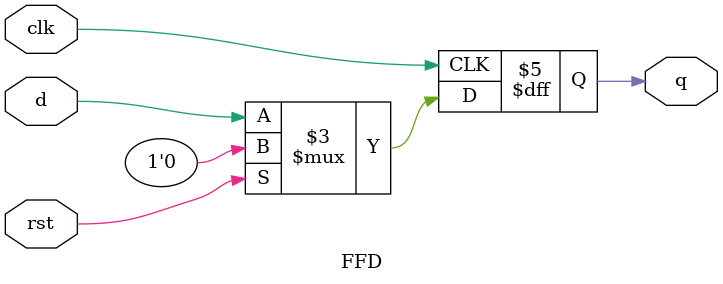
<source format=v>
module contador5 (input clk,rst,output  [2:0] q);

wire qp[2:0];

FFD ff1(qp[0],clk,rst,q[0]);
FFD ff2(qp[1],clk,rst,q[1]);
FFD ff3(qp[2],clk,rst,q[2]);

assign qp[0] = ~q[0] & ~q[2];
assign qp[1] = (q[0] ^ q[1]) & ~q[2];
assign qp[2] = q[0] & q[1] & ~q[2];


endmodule


module FFD (input d,clk,rst,output reg q);

always @(posedge clk)
	if(rst)
		q=1'b0;
	else
		q=d;

endmodule

/*
000 001
001 010
010 011
011 100
100 000

qp0 = ~p0 & ~p2;
qp1 = (p0 ^ p1)  & ~p2;
qp2 = p0 & p1 & ~(p2);*/
</source>
